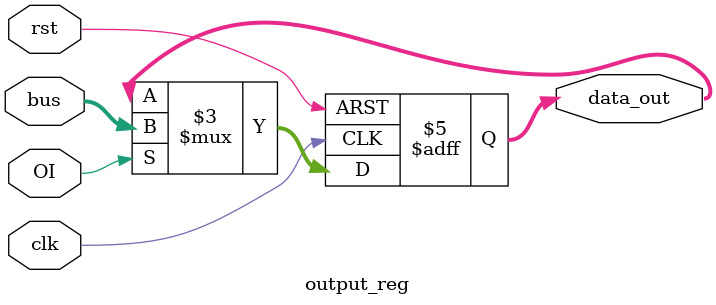
<source format=v>
module output_reg (
	// System Inputs
	input clk,
	input rst,
	// Inputs
	inout [7:0] bus,
	// Control signals
	input OI,
	// Output
	output reg [7:0] data_out
	);
	
	initial data_out = 0;
		
	always @(posedge clk or posedge rst)
		begin
			if (rst)
				data_out <= 0;
			else begin
				if (OI)
					data_out <= bus;
				end
		end
endmodule
</source>
